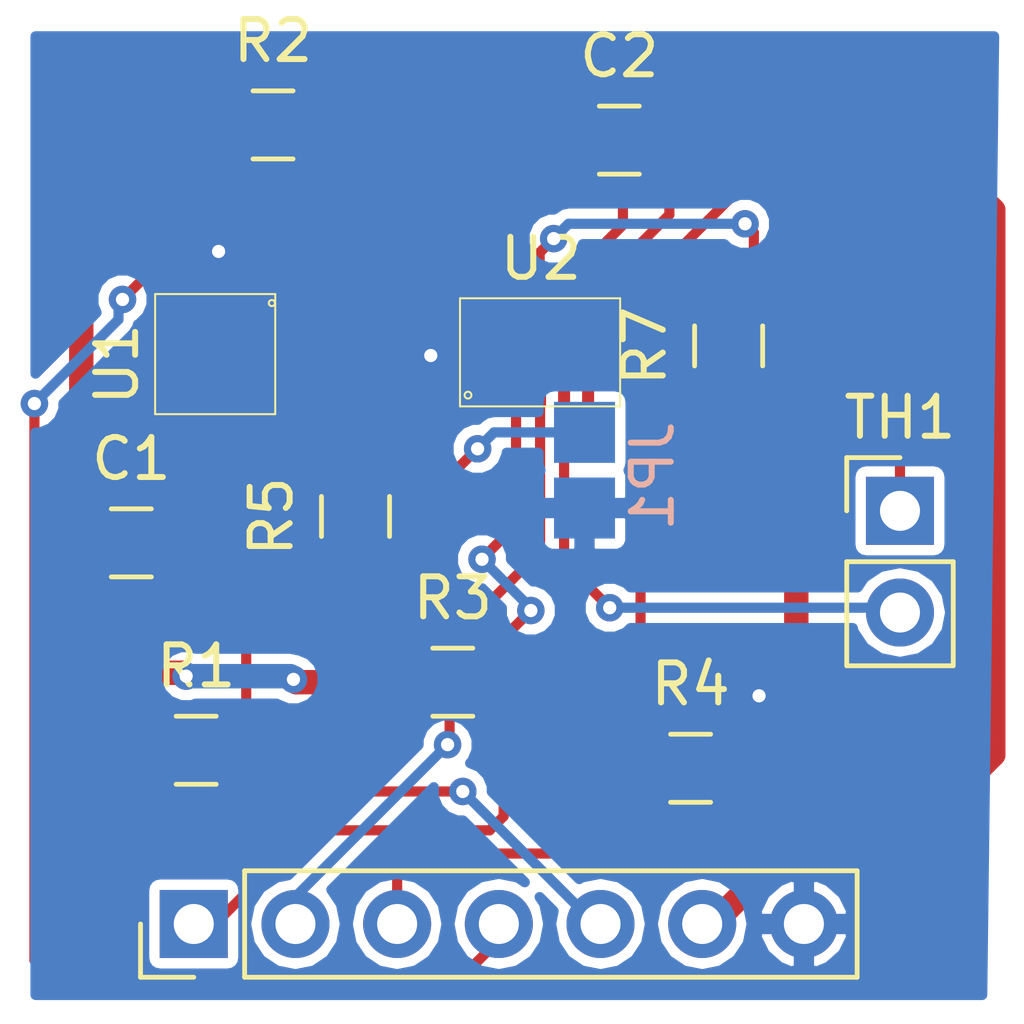
<source format=kicad_pcb>
(kicad_pcb (version 4) (host pcbnew 4.0.5)

  (general
    (links 30)
    (no_connects 0)
    (area 118.636399 69.119999 144.240001 97.211133)
    (thickness 1.6)
    (drawings 4)
    (tracks 154)
    (zones 0)
    (modules 13)
    (nets 13)
  )

  (page A4)
  (layers
    (0 F.Cu signal)
    (31 B.Cu signal)
    (32 B.Adhes user)
    (33 F.Adhes user)
    (34 B.Paste user)
    (35 F.Paste user)
    (36 B.SilkS user)
    (37 F.SilkS user)
    (38 B.Mask user)
    (39 F.Mask user)
    (40 Dwgs.User user)
    (41 Cmts.User user)
    (42 Eco1.User user)
    (43 Eco2.User user)
    (44 Edge.Cuts user)
    (45 Margin user)
    (46 B.CrtYd user)
    (47 F.CrtYd user)
    (48 B.Fab user)
    (49 F.Fab user)
  )

  (setup
    (last_trace_width 0.254)
    (trace_clearance 0.1778)
    (zone_clearance 0.254)
    (zone_45_only no)
    (trace_min 0.2)
    (segment_width 0.2)
    (edge_width 0.15)
    (via_size 0.6858)
    (via_drill 0.3302)
    (via_min_size 0.4)
    (via_min_drill 0.3)
    (uvia_size 0.3)
    (uvia_drill 0.1)
    (uvias_allowed no)
    (uvia_min_size 0.2)
    (uvia_min_drill 0.1)
    (pcb_text_width 0.3)
    (pcb_text_size 1.5 1.5)
    (mod_edge_width 0.15)
    (mod_text_size 1 1)
    (mod_text_width 0.15)
    (pad_size 1.524 1.524)
    (pad_drill 0.762)
    (pad_to_mask_clearance 0.2)
    (aux_axis_origin 0 0)
    (visible_elements FFFFFF7F)
    (pcbplotparams
      (layerselection 0x290aa_00000001)
      (usegerberextensions false)
      (excludeedgelayer true)
      (linewidth 0.100000)
      (plotframeref false)
      (viasonmask false)
      (mode 1)
      (useauxorigin false)
      (hpglpennumber 1)
      (hpglpenspeed 20)
      (hpglpendiameter 15)
      (hpglpenoverlay 2)
      (psnegative false)
      (psa4output false)
      (plotreference true)
      (plotvalue true)
      (plotinvisibletext false)
      (padsonsilk false)
      (subtractmaskfromsilk false)
      (outputformat 4)
      (mirror false)
      (drillshape 0)
      (scaleselection 1)
      (outputdirectory /Users/margaret/Documents/LettuceBuddyHW/LadyBugHydro/TheHerbSpa/GitHub/Kicad/))
  )

  (net 0 "")
  (net 1 +3V3)
  (net 2 "Net-(C1-Pad2)")
  (net 3 ADDR)
  (net 4 GNDD)
  (net 5 NRESET)
  (net 6 NINT)
  (net 7 NWAKE)
  (net 8 SCL)
  (net 9 SDA)
  (net 10 AUX)
  (net 11 NTC_SENSE)
  (net 12 "Net-(C2-Pad2)")

  (net_class Default "This is the default net class."
    (clearance 0.1778)
    (trace_width 0.254)
    (via_dia 0.6858)
    (via_drill 0.3302)
    (uvia_dia 0.3)
    (uvia_drill 0.1)
    (add_net ADDR)
    (add_net AUX)
    (add_net NINT)
    (add_net NRESET)
    (add_net NTC_SENSE)
    (add_net NWAKE)
    (add_net "Net-(C1-Pad2)")
    (add_net "Net-(C2-Pad2)")
    (add_net SCL)
    (add_net SDA)
  )

  (net_class PWR ""
    (clearance 0.1778)
    (trace_width 0.6096)
    (via_dia 0.6858)
    (via_drill 0.3302)
    (uvia_dia 0.3)
    (uvia_drill 0.1)
    (add_net +3V3)
    (add_net GNDD)
  )

  (module Capacitors_SMD:C_0805_HandSoldering (layer F.Cu) (tedit 541A9B8D) (tstamp 58B02A95)
    (at 121.92 82.68)
    (descr "Capacitor SMD 0805, hand soldering")
    (tags "capacitor 0805")
    (path /58A049DB)
    (attr smd)
    (fp_text reference C1 (at 0 -2.1) (layer F.SilkS)
      (effects (font (size 1 1) (thickness 0.15)))
    )
    (fp_text value .1u (at 0 2.1) (layer F.Fab)
      (effects (font (size 1 1) (thickness 0.15)))
    )
    (fp_line (start -1 0.625) (end -1 -0.625) (layer F.Fab) (width 0.1))
    (fp_line (start 1 0.625) (end -1 0.625) (layer F.Fab) (width 0.1))
    (fp_line (start 1 -0.625) (end 1 0.625) (layer F.Fab) (width 0.1))
    (fp_line (start -1 -0.625) (end 1 -0.625) (layer F.Fab) (width 0.1))
    (fp_line (start -2.3 -1) (end 2.3 -1) (layer F.CrtYd) (width 0.05))
    (fp_line (start -2.3 1) (end 2.3 1) (layer F.CrtYd) (width 0.05))
    (fp_line (start -2.3 -1) (end -2.3 1) (layer F.CrtYd) (width 0.05))
    (fp_line (start 2.3 -1) (end 2.3 1) (layer F.CrtYd) (width 0.05))
    (fp_line (start 0.5 -0.85) (end -0.5 -0.85) (layer F.SilkS) (width 0.12))
    (fp_line (start -0.5 0.85) (end 0.5 0.85) (layer F.SilkS) (width 0.12))
    (pad 1 smd rect (at -1.25 0) (size 1.5 1.25) (layers F.Cu F.Paste F.Mask)
      (net 1 +3V3))
    (pad 2 smd rect (at 1.25 0) (size 1.5 1.25) (layers F.Cu F.Paste F.Mask)
      (net 2 "Net-(C1-Pad2)"))
    (model Capacitors_SMD.3dshapes/C_0805_HandSoldering.wrl
      (at (xyz 0 0 0))
      (scale (xyz 1 1 1))
      (rotate (xyz 0 0 0))
    )
  )

  (module Capacitors_SMD:C_0805_HandSoldering (layer F.Cu) (tedit 541A9B8D) (tstamp 58B02A9B)
    (at 134.11 72.62)
    (descr "Capacitor SMD 0805, hand soldering")
    (tags "capacitor 0805")
    (path /589F7693)
    (attr smd)
    (fp_text reference C2 (at 0 -2.1) (layer F.SilkS)
      (effects (font (size 1 1) (thickness 0.15)))
    )
    (fp_text value 1u (at 0 2.1) (layer F.Fab)
      (effects (font (size 1 1) (thickness 0.15)))
    )
    (fp_line (start -1 0.625) (end -1 -0.625) (layer F.Fab) (width 0.1))
    (fp_line (start 1 0.625) (end -1 0.625) (layer F.Fab) (width 0.1))
    (fp_line (start 1 -0.625) (end 1 0.625) (layer F.Fab) (width 0.1))
    (fp_line (start -1 -0.625) (end 1 -0.625) (layer F.Fab) (width 0.1))
    (fp_line (start -2.3 -1) (end 2.3 -1) (layer F.CrtYd) (width 0.05))
    (fp_line (start -2.3 1) (end 2.3 1) (layer F.CrtYd) (width 0.05))
    (fp_line (start -2.3 -1) (end -2.3 1) (layer F.CrtYd) (width 0.05))
    (fp_line (start 2.3 -1) (end 2.3 1) (layer F.CrtYd) (width 0.05))
    (fp_line (start 0.5 -0.85) (end -0.5 -0.85) (layer F.SilkS) (width 0.12))
    (fp_line (start -0.5 0.85) (end 0.5 0.85) (layer F.SilkS) (width 0.12))
    (pad 1 smd rect (at -1.25 0) (size 1.5 1.25) (layers F.Cu F.Paste F.Mask)
      (net 1 +3V3))
    (pad 2 smd rect (at 1.25 0) (size 1.5 1.25) (layers F.Cu F.Paste F.Mask)
      (net 12 "Net-(C2-Pad2)"))
    (model Capacitors_SMD.3dshapes/C_0805_HandSoldering.wrl
      (at (xyz 0 0 0))
      (scale (xyz 1 1 1))
      (rotate (xyz 0 0 0))
    )
  )

  (module Socket_Strips:Socket_Strip_Straight_1x07_Pitch2.54mm (layer F.Cu) (tedit 58B1CA2A) (tstamp 58B02AAC)
    (at 123.48 92.2 90)
    (descr "Through hole straight socket strip, 1x07, 2.54mm pitch, single row")
    (tags "Through hole socket strip THT 1x07 2.54mm single row")
    (path /58B0242C)
    (fp_text reference P1 (at 0 -2.33 90) (layer F.SilkS) hide
      (effects (font (size 1 1) (thickness 0.15)))
    )
    (fp_text value CONN_01X07 (at 0 17.57 90) (layer F.Fab) hide
      (effects (font (size 1 1) (thickness 0.15)))
    )
    (fp_line (start -1.27 -1.27) (end -1.27 16.51) (layer F.Fab) (width 0.1))
    (fp_line (start -1.27 16.51) (end 1.27 16.51) (layer F.Fab) (width 0.1))
    (fp_line (start 1.27 16.51) (end 1.27 -1.27) (layer F.Fab) (width 0.1))
    (fp_line (start 1.27 -1.27) (end -1.27 -1.27) (layer F.Fab) (width 0.1))
    (fp_line (start -1.33 1.27) (end -1.33 16.57) (layer F.SilkS) (width 0.12))
    (fp_line (start -1.33 16.57) (end 1.33 16.57) (layer F.SilkS) (width 0.12))
    (fp_line (start 1.33 16.57) (end 1.33 1.27) (layer F.SilkS) (width 0.12))
    (fp_line (start 1.33 1.27) (end -1.33 1.27) (layer F.SilkS) (width 0.12))
    (fp_line (start -1.33 0) (end -1.33 -1.33) (layer F.SilkS) (width 0.12))
    (fp_line (start -1.33 -1.33) (end 0 -1.33) (layer F.SilkS) (width 0.12))
    (fp_line (start -1.55 -1.55) (end -1.55 16.8) (layer F.CrtYd) (width 0.05))
    (fp_line (start -1.55 16.8) (end 1.55 16.8) (layer F.CrtYd) (width 0.05))
    (fp_line (start 1.55 16.8) (end 1.55 -1.55) (layer F.CrtYd) (width 0.05))
    (fp_line (start 1.55 -1.55) (end -1.55 -1.55) (layer F.CrtYd) (width 0.05))
    (pad 1 thru_hole rect (at 0 0 90) (size 1.7 1.7) (drill 1) (layers *.Cu *.Mask)
      (net 5 NRESET))
    (pad 2 thru_hole oval (at 0 2.54 90) (size 1.7 1.7) (drill 1) (layers *.Cu *.Mask)
      (net 6 NINT))
    (pad 3 thru_hole oval (at 0 5.08 90) (size 1.7 1.7) (drill 1) (layers *.Cu *.Mask)
      (net 7 NWAKE))
    (pad 4 thru_hole oval (at 0 7.62 90) (size 1.7 1.7) (drill 1) (layers *.Cu *.Mask)
      (net 9 SDA))
    (pad 5 thru_hole oval (at 0 10.16 90) (size 1.7 1.7) (drill 1) (layers *.Cu *.Mask)
      (net 8 SCL))
    (pad 6 thru_hole oval (at 0 12.7 90) (size 1.7 1.7) (drill 1) (layers *.Cu *.Mask)
      (net 1 +3V3))
    (pad 7 thru_hole oval (at 0 15.24 90) (size 1.7 1.7) (drill 1) (layers *.Cu *.Mask)
      (net 4 GNDD))
    (model Socket_Strips.3dshapes/Socket_Strip_Straight_1x07_Pitch2.54mm.wrl
      (at (xyz 0 -0.3 0))
      (scale (xyz 1 1 1))
      (rotate (xyz 0 0 270))
    )
  )

  (module Capacitors_SMD:C_0805_HandSoldering (layer F.Cu) (tedit 541A9B8D) (tstamp 58B02AB2)
    (at 123.54 87.86)
    (descr "Capacitor SMD 0805, hand soldering")
    (tags "capacitor 0805")
    (path /58A0530C)
    (attr smd)
    (fp_text reference R1 (at 0 -2.1) (layer F.SilkS)
      (effects (font (size 1 1) (thickness 0.15)))
    )
    (fp_text value 4K7 (at 0 2.1) (layer F.Fab)
      (effects (font (size 1 1) (thickness 0.15)))
    )
    (fp_line (start -1 0.625) (end -1 -0.625) (layer F.Fab) (width 0.1))
    (fp_line (start 1 0.625) (end -1 0.625) (layer F.Fab) (width 0.1))
    (fp_line (start 1 -0.625) (end 1 0.625) (layer F.Fab) (width 0.1))
    (fp_line (start -1 -0.625) (end 1 -0.625) (layer F.Fab) (width 0.1))
    (fp_line (start -2.3 -1) (end 2.3 -1) (layer F.CrtYd) (width 0.05))
    (fp_line (start -2.3 1) (end 2.3 1) (layer F.CrtYd) (width 0.05))
    (fp_line (start -2.3 -1) (end -2.3 1) (layer F.CrtYd) (width 0.05))
    (fp_line (start 2.3 -1) (end 2.3 1) (layer F.CrtYd) (width 0.05))
    (fp_line (start 0.5 -0.85) (end -0.5 -0.85) (layer F.SilkS) (width 0.12))
    (fp_line (start -0.5 0.85) (end 0.5 0.85) (layer F.SilkS) (width 0.12))
    (pad 1 smd rect (at -1.25 0) (size 1.5 1.25) (layers F.Cu F.Paste F.Mask)
      (net 1 +3V3))
    (pad 2 smd rect (at 1.25 0) (size 1.5 1.25) (layers F.Cu F.Paste F.Mask)
      (net 8 SCL))
    (model Capacitors_SMD.3dshapes/C_0805_HandSoldering.wrl
      (at (xyz 0 0 0))
      (scale (xyz 1 1 1))
      (rotate (xyz 0 0 0))
    )
  )

  (module Capacitors_SMD:C_0805_HandSoldering (layer F.Cu) (tedit 541A9B8D) (tstamp 58B02AB8)
    (at 125.46 72.24)
    (descr "Capacitor SMD 0805, hand soldering")
    (tags "capacitor 0805")
    (path /58AC48FD)
    (attr smd)
    (fp_text reference R2 (at 0 -2.1) (layer F.SilkS)
      (effects (font (size 1 1) (thickness 0.15)))
    )
    (fp_text value 4K7 (at 0 2.1) (layer F.Fab)
      (effects (font (size 1 1) (thickness 0.15)))
    )
    (fp_line (start -1 0.625) (end -1 -0.625) (layer F.Fab) (width 0.1))
    (fp_line (start 1 0.625) (end -1 0.625) (layer F.Fab) (width 0.1))
    (fp_line (start 1 -0.625) (end 1 0.625) (layer F.Fab) (width 0.1))
    (fp_line (start -1 -0.625) (end 1 -0.625) (layer F.Fab) (width 0.1))
    (fp_line (start -2.3 -1) (end 2.3 -1) (layer F.CrtYd) (width 0.05))
    (fp_line (start -2.3 1) (end 2.3 1) (layer F.CrtYd) (width 0.05))
    (fp_line (start -2.3 -1) (end -2.3 1) (layer F.CrtYd) (width 0.05))
    (fp_line (start 2.3 -1) (end 2.3 1) (layer F.CrtYd) (width 0.05))
    (fp_line (start 0.5 -0.85) (end -0.5 -0.85) (layer F.SilkS) (width 0.12))
    (fp_line (start -0.5 0.85) (end 0.5 0.85) (layer F.SilkS) (width 0.12))
    (pad 1 smd rect (at -1.25 0) (size 1.5 1.25) (layers F.Cu F.Paste F.Mask)
      (net 1 +3V3))
    (pad 2 smd rect (at 1.25 0) (size 1.5 1.25) (layers F.Cu F.Paste F.Mask)
      (net 9 SDA))
    (model Capacitors_SMD.3dshapes/C_0805_HandSoldering.wrl
      (at (xyz 0 0 0))
      (scale (xyz 1 1 1))
      (rotate (xyz 0 0 0))
    )
  )

  (module Capacitors_SMD:C_0805_HandSoldering (layer F.Cu) (tedit 541A9B8D) (tstamp 58B02ABE)
    (at 129.95 86.16)
    (descr "Capacitor SMD 0805, hand soldering")
    (tags "capacitor 0805")
    (path /58AC707B)
    (attr smd)
    (fp_text reference R3 (at 0 -2.1) (layer F.SilkS)
      (effects (font (size 1 1) (thickness 0.15)))
    )
    (fp_text value 4K7 (at 0 2.1) (layer F.Fab)
      (effects (font (size 1 1) (thickness 0.15)))
    )
    (fp_line (start -1 0.625) (end -1 -0.625) (layer F.Fab) (width 0.1))
    (fp_line (start 1 0.625) (end -1 0.625) (layer F.Fab) (width 0.1))
    (fp_line (start 1 -0.625) (end 1 0.625) (layer F.Fab) (width 0.1))
    (fp_line (start -1 -0.625) (end 1 -0.625) (layer F.Fab) (width 0.1))
    (fp_line (start -2.3 -1) (end 2.3 -1) (layer F.CrtYd) (width 0.05))
    (fp_line (start -2.3 1) (end 2.3 1) (layer F.CrtYd) (width 0.05))
    (fp_line (start -2.3 -1) (end -2.3 1) (layer F.CrtYd) (width 0.05))
    (fp_line (start 2.3 -1) (end 2.3 1) (layer F.CrtYd) (width 0.05))
    (fp_line (start 0.5 -0.85) (end -0.5 -0.85) (layer F.SilkS) (width 0.12))
    (fp_line (start -0.5 0.85) (end 0.5 0.85) (layer F.SilkS) (width 0.12))
    (pad 1 smd rect (at -1.25 0) (size 1.5 1.25) (layers F.Cu F.Paste F.Mask)
      (net 1 +3V3))
    (pad 2 smd rect (at 1.25 0) (size 1.5 1.25) (layers F.Cu F.Paste F.Mask)
      (net 5 NRESET))
    (model Capacitors_SMD.3dshapes/C_0805_HandSoldering.wrl
      (at (xyz 0 0 0))
      (scale (xyz 1 1 1))
      (rotate (xyz 0 0 0))
    )
  )

  (module Capacitors_SMD:C_0805_HandSoldering (layer F.Cu) (tedit 541A9B8D) (tstamp 58B02AC4)
    (at 135.89 88.31)
    (descr "Capacitor SMD 0805, hand soldering")
    (tags "capacitor 0805")
    (path /58AF112B)
    (attr smd)
    (fp_text reference R4 (at 0 -2.1) (layer F.SilkS)
      (effects (font (size 1 1) (thickness 0.15)))
    )
    (fp_text value 100K (at 0 2.1) (layer F.Fab)
      (effects (font (size 1 1) (thickness 0.15)))
    )
    (fp_line (start -1 0.625) (end -1 -0.625) (layer F.Fab) (width 0.1))
    (fp_line (start 1 0.625) (end -1 0.625) (layer F.Fab) (width 0.1))
    (fp_line (start 1 -0.625) (end 1 0.625) (layer F.Fab) (width 0.1))
    (fp_line (start -1 -0.625) (end 1 -0.625) (layer F.Fab) (width 0.1))
    (fp_line (start -2.3 -1) (end 2.3 -1) (layer F.CrtYd) (width 0.05))
    (fp_line (start -2.3 1) (end 2.3 1) (layer F.CrtYd) (width 0.05))
    (fp_line (start -2.3 -1) (end -2.3 1) (layer F.CrtYd) (width 0.05))
    (fp_line (start 2.3 -1) (end 2.3 1) (layer F.CrtYd) (width 0.05))
    (fp_line (start 0.5 -0.85) (end -0.5 -0.85) (layer F.SilkS) (width 0.12))
    (fp_line (start -0.5 0.85) (end 0.5 0.85) (layer F.SilkS) (width 0.12))
    (pad 1 smd rect (at -1.25 0) (size 1.5 1.25) (layers F.Cu F.Paste F.Mask)
      (net 7 NWAKE))
    (pad 2 smd rect (at 1.25 0) (size 1.5 1.25) (layers F.Cu F.Paste F.Mask)
      (net 4 GNDD))
    (model Capacitors_SMD.3dshapes/C_0805_HandSoldering.wrl
      (at (xyz 0 0 0))
      (scale (xyz 1 1 1))
      (rotate (xyz 0 0 0))
    )
  )

  (module Capacitors_SMD:C_0805_HandSoldering (layer F.Cu) (tedit 541A9B8D) (tstamp 58B02ACA)
    (at 127.52 82.02 90)
    (descr "Capacitor SMD 0805, hand soldering")
    (tags "capacitor 0805")
    (path /589E3A63)
    (attr smd)
    (fp_text reference R5 (at 0 -2.1 90) (layer F.SilkS)
      (effects (font (size 1 1) (thickness 0.15)))
    )
    (fp_text value 100K (at 0 2.1 90) (layer F.Fab)
      (effects (font (size 1 1) (thickness 0.15)))
    )
    (fp_line (start -1 0.625) (end -1 -0.625) (layer F.Fab) (width 0.1))
    (fp_line (start 1 0.625) (end -1 0.625) (layer F.Fab) (width 0.1))
    (fp_line (start 1 -0.625) (end 1 0.625) (layer F.Fab) (width 0.1))
    (fp_line (start -1 -0.625) (end 1 -0.625) (layer F.Fab) (width 0.1))
    (fp_line (start -2.3 -1) (end 2.3 -1) (layer F.CrtYd) (width 0.05))
    (fp_line (start -2.3 1) (end 2.3 1) (layer F.CrtYd) (width 0.05))
    (fp_line (start -2.3 -1) (end -2.3 1) (layer F.CrtYd) (width 0.05))
    (fp_line (start 2.3 -1) (end 2.3 1) (layer F.CrtYd) (width 0.05))
    (fp_line (start 0.5 -0.85) (end -0.5 -0.85) (layer F.SilkS) (width 0.12))
    (fp_line (start -0.5 0.85) (end 0.5 0.85) (layer F.SilkS) (width 0.12))
    (pad 1 smd rect (at -1.25 0 90) (size 1.5 1.25) (layers F.Cu F.Paste F.Mask)
      (net 1 +3V3))
    (pad 2 smd rect (at 1.25 0 90) (size 1.5 1.25) (layers F.Cu F.Paste F.Mask)
      (net 3 ADDR))
    (model Capacitors_SMD.3dshapes/C_0805_HandSoldering.wrl
      (at (xyz 0 0 0))
      (scale (xyz 1 1 1))
      (rotate (xyz 0 0 0))
    )
  )

  (module Capacitors_SMD:C_0805_HandSoldering (layer F.Cu) (tedit 541A9B8D) (tstamp 58B02AD0)
    (at 136.84 77.76 90)
    (descr "Capacitor SMD 0805, hand soldering")
    (tags "capacitor 0805")
    (path /589F315D)
    (attr smd)
    (fp_text reference R7 (at 0 -2.1 90) (layer F.SilkS)
      (effects (font (size 1 1) (thickness 0.15)))
    )
    (fp_text value 10K (at 0 2.1 90) (layer F.Fab)
      (effects (font (size 1 1) (thickness 0.15)))
    )
    (fp_line (start -1 0.625) (end -1 -0.625) (layer F.Fab) (width 0.1))
    (fp_line (start 1 0.625) (end -1 0.625) (layer F.Fab) (width 0.1))
    (fp_line (start 1 -0.625) (end 1 0.625) (layer F.Fab) (width 0.1))
    (fp_line (start -1 -0.625) (end 1 -0.625) (layer F.Fab) (width 0.1))
    (fp_line (start -2.3 -1) (end 2.3 -1) (layer F.CrtYd) (width 0.05))
    (fp_line (start -2.3 1) (end 2.3 1) (layer F.CrtYd) (width 0.05))
    (fp_line (start -2.3 -1) (end -2.3 1) (layer F.CrtYd) (width 0.05))
    (fp_line (start 2.3 -1) (end 2.3 1) (layer F.CrtYd) (width 0.05))
    (fp_line (start 0.5 -0.85) (end -0.5 -0.85) (layer F.SilkS) (width 0.12))
    (fp_line (start -0.5 0.85) (end 0.5 0.85) (layer F.SilkS) (width 0.12))
    (pad 1 smd rect (at -1.25 0 90) (size 1.5 1.25) (layers F.Cu F.Paste F.Mask)
      (net 1 +3V3))
    (pad 2 smd rect (at 1.25 0 90) (size 1.5 1.25) (layers F.Cu F.Paste F.Mask)
      (net 10 AUX))
    (model Capacitors_SMD.3dshapes/C_0805_HandSoldering.wrl
      (at (xyz 0 0 0))
      (scale (xyz 1 1 1))
      (rotate (xyz 0 0 0))
    )
  )

  (module Socket_Strips:Socket_Strip_Straight_1x02_Pitch2.54mm (layer F.Cu) (tedit 58B1E969) (tstamp 58B02AD6)
    (at 141.12 81.88)
    (descr "Through hole straight socket strip, 1x02, 2.54mm pitch, single row")
    (tags "Through hole socket strip THT 1x02 2.54mm single row")
    (path /58B01CF3)
    (fp_text reference TH1 (at 0 -2.33) (layer F.SilkS)
      (effects (font (size 1 1) (thickness 0.15)))
    )
    (fp_text value NTC (at 0 4.87) (layer F.Fab)
      (effects (font (size 1 1) (thickness 0.15)))
    )
    (fp_line (start -1.27 -1.27) (end -1.27 3.81) (layer F.Fab) (width 0.1))
    (fp_line (start -1.27 3.81) (end 1.27 3.81) (layer F.Fab) (width 0.1))
    (fp_line (start 1.27 3.81) (end 1.27 -1.27) (layer F.Fab) (width 0.1))
    (fp_line (start 1.27 -1.27) (end -1.27 -1.27) (layer F.Fab) (width 0.1))
    (fp_line (start -1.33 1.27) (end -1.33 3.87) (layer F.SilkS) (width 0.12))
    (fp_line (start -1.33 3.87) (end 1.33 3.87) (layer F.SilkS) (width 0.12))
    (fp_line (start 1.33 3.87) (end 1.33 1.27) (layer F.SilkS) (width 0.12))
    (fp_line (start 1.33 1.27) (end -1.33 1.27) (layer F.SilkS) (width 0.12))
    (fp_line (start -1.33 0) (end -1.33 -1.33) (layer F.SilkS) (width 0.12))
    (fp_line (start -1.33 -1.33) (end 0 -1.33) (layer F.SilkS) (width 0.12))
    (fp_line (start -1.55 -1.55) (end -1.55 4.1) (layer F.CrtYd) (width 0.05))
    (fp_line (start -1.55 4.1) (end 1.55 4.1) (layer F.CrtYd) (width 0.05))
    (fp_line (start 1.55 4.1) (end 1.55 -1.55) (layer F.CrtYd) (width 0.05))
    (fp_line (start 1.55 -1.55) (end -1.55 -1.55) (layer F.CrtYd) (width 0.05))
    (pad 1 thru_hole rect (at 0 0) (size 1.7 1.7) (drill 1) (layers *.Cu *.Mask)
      (net 10 AUX))
    (pad 2 thru_hole oval (at 0 2.54) (size 1.7 1.7) (drill 1) (layers *.Cu *.Mask)
      (net 11 NTC_SENSE))
    (model Socket_Strips.3dshapes/Socket_Strip_Straight_1x02_Pitch2.54mm.wrl
      (at (xyz 0 -0.05 0))
      (scale (xyz 1 1 1))
      (rotate (xyz 0 0 270))
    )
  )

  (module TheLeafSpa:Si7006 (layer F.Cu) (tedit 58B1BAEA) (tstamp 58B02AE1)
    (at 125.04 79.44 270)
    (path /58A049AA)
    (fp_text reference U1 (at -1.22 3.48 270) (layer F.SilkS)
      (effects (font (size 1 1) (thickness 0.15)))
    )
    (fp_text value Si7006 (at -1.54 -1.29 270) (layer F.Fab)
      (effects (font (size 1 1) (thickness 0.15)))
    )
    (fp_circle (center -2.75 -0.39) (end -2.68 -0.36) (layer F.SilkS) (width 0.05))
    (fp_line (start -2.975 2.525) (end 0.025 2.525) (layer F.SilkS) (width 0.05))
    (fp_line (start 0.025 2.525) (end 0.025 -0.475) (layer F.SilkS) (width 0.05))
    (fp_line (start 0.025 -0.475) (end -2.975 -0.475) (layer F.SilkS) (width 0.05))
    (fp_line (start -2.975 -0.475) (end -2.975 2.525) (layer F.SilkS) (width 0.05))
    (pad ~ smd rect (at -1.475 1.025 270) (size 1.6 2.5) (layers F.Cu F.Paste F.Mask))
    (pad 6 smd rect (at -0.325 0 270) (size 0.85 0.5) (drill (offset 0.325 0)) (layers F.Cu F.Paste F.Mask)
      (net 8 SCL))
    (pad 5 smd rect (at 0 1 270) (size 0.85 0.5) (layers F.Cu F.Paste F.Mask)
      (net 2 "Net-(C1-Pad2)"))
    (pad 4 smd rect (at 0 2 270) (size 0.85 0.5) (layers F.Cu F.Paste F.Mask))
    (pad 1 smd rect (at -2.925 0 270) (size 0.85 0.5) (layers F.Cu F.Paste F.Mask)
      (net 9 SDA))
    (pad 2 smd rect (at -2.925 1 270) (size 0.85 0.5) (layers F.Cu F.Paste F.Mask)
      (net 4 GNDD))
    (pad 3 smd rect (at -2.925 2 270) (size 0.85 0.5) (layers F.Cu F.Paste F.Mask))
  )

  (module TheLeafSpa:CCS811 (layer F.Cu) (tedit 58B1CA45) (tstamp 58B02AF0)
    (at 134.15 76.58 90)
    (path /589E3805)
    (fp_text reference U2 (at 1 -2 180) (layer F.SilkS)
      (effects (font (size 1 1) (thickness 0.15)))
    )
    (fp_text value CCS811 (at -3.6 -2 180) (layer F.Fab)
      (effects (font (size 1 1) (thickness 0.15)))
    )
    (fp_circle (center -2.41 -3.82) (end -2.33 -3.79) (layer F.SilkS) (width 0.05))
    (fp_line (start -2.69 -0.02) (end -2.69 -4.02) (layer F.SilkS) (width 0.05))
    (fp_line (start -2.69 -4.02) (end 0.01 -4.02) (layer F.SilkS) (width 0.05))
    (fp_line (start 0.01 -4.02) (end 0.01 -0.02) (layer F.SilkS) (width 0.05))
    (fp_line (start 0.01 -0.02) (end -2.69 -0.02) (layer F.SilkS) (width 0.05))
    (pad 5 smd rect (at -2.69 -0.82 90) (size 0.5 0.3) (drill (offset 0.25 0)) (layers F.Cu F.Paste F.Mask)
      (net 11 NTC_SENSE))
    (pad 4 smd rect (at -2.44 -1.42 90) (size 0.5 0.3) (layers F.Cu F.Paste F.Mask)
      (net 11 NTC_SENSE))
    (pad 3 smd rect (at -2.44 -2.02 90) (size 0.5 0.3) (layers F.Cu F.Paste F.Mask)
      (net 6 NINT))
    (pad 2 smd rect (at -2.44 -2.62 90) (size 0.5 0.3) (layers F.Cu F.Paste F.Mask)
      (net 5 NRESET))
    (pad 1 smd rect (at -2.44 -3.22 90) (size 0.5 0.3) (layers F.Cu F.Paste F.Mask)
      (net 3 ADDR))
    (pad 6 smd rect (at -0.24 -0.83 90) (size 0.5 0.3) (layers F.Cu F.Paste F.Mask)
      (net 12 "Net-(C2-Pad2)"))
    (pad 7 smd rect (at -0.24 -1.43 90) (size 0.5 0.3) (layers F.Cu F.Paste F.Mask)
      (net 7 NWAKE))
    (pad 8 smd rect (at -0.24 -2.03 90) (size 0.5 0.3) (layers F.Cu F.Paste F.Mask)
      (net 10 AUX))
    (pad 9 smd rect (at -0.24 -2.63 90) (size 0.5 0.3) (layers F.Cu F.Paste F.Mask)
      (net 9 SDA))
    (pad 10 smd rect (at -0.24 -3.23 90) (size 0.5 0.3) (layers F.Cu F.Paste F.Mask)
      (net 8 SCL))
    (pad PAD smd rect (at -1.34 -2.02 90) (size 1.2 2.4) (layers F.Cu F.Paste F.Mask)
      (net 4 GNDD))
  )

  (module TheLeafSpa:Jumper_2_Pad (layer B.Cu) (tedit 58B1F297) (tstamp 58B1C954)
    (at 133.24 79.91 270)
    (path /58AEE132)
    (fp_text reference JP1 (at 1.1 -1.7 270) (layer B.SilkS)
      (effects (font (size 1 1) (thickness 0.15)) (justify mirror))
    )
    (fp_text value JMPR (at 0.9 1.5 270) (layer B.Fab)
      (effects (font (size 1 1) (thickness 0.15)) (justify mirror))
    )
    (pad 1 smd rect (at 0.01 0 270) (size 1.524 1.524) (layers B.Cu B.Paste B.Mask)
      (net 3 ADDR))
    (pad 2 smd rect (at 1.9 0 270) (size 1.524 1.524) (layers B.Cu B.Paste B.Mask)
      (net 4 GNDD))
  )

  (gr_line (start 118.74 94.62) (end 118.74 69.22) (angle 90) (layer F.Fab) (width 0.2))
  (gr_line (start 144.14 94.62) (end 118.74 94.62) (angle 90) (layer F.Fab) (width 0.2))
  (gr_line (start 144.14 69.22) (end 144.14 94.62) (angle 90) (layer F.Fab) (width 0.2))
  (gr_line (start 118.74 69.22) (end 144.14 69.22) (angle 90) (layer F.Fab) (width 0.2))

  (segment (start 128.7 86.16) (end 128.7 84.45) (width 0.6096) (layer F.Cu) (net 1))
  (segment (start 128.7 84.45) (end 127.52 83.27) (width 0.6096) (layer F.Cu) (net 1) (tstamp 58B1EB7B))
  (segment (start 128.7 86.16) (end 126.04 86.16) (width 0.6096) (layer F.Cu) (net 1))
  (segment (start 121.1 85.98) (end 121.1 85.87) (width 0.6096) (layer F.Cu) (net 1) (tstamp 58B1EA43))
  (segment (start 121.155 85.925) (end 121.1 85.98) (width 0.6096) (layer F.Cu) (net 1) (tstamp 58B1EA41))
  (segment (start 123.205 85.925) (end 121.155 85.925) (width 0.6096) (layer F.Cu) (net 1) (tstamp 58B1EA40))
  (segment (start 123.29 86.01) (end 123.205 85.925) (width 0.6096) (layer F.Cu) (net 1) (tstamp 58B1EA3F))
  (via (at 123.29 86.01) (size 0.6858) (drill 0.3302) (layers F.Cu B.Cu) (net 1))
  (segment (start 125.89 86.01) (end 123.29 86.01) (width 0.6096) (layer B.Cu) (net 1) (tstamp 58B1EA3B))
  (segment (start 125.97 86.09) (end 125.89 86.01) (width 0.6096) (layer B.Cu) (net 1) (tstamp 58B1EA3A))
  (via (at 125.97 86.09) (size 0.6858) (drill 0.3302) (layers F.Cu B.Cu) (net 1))
  (segment (start 126.04 86.16) (end 125.97 86.09) (width 0.6096) (layer F.Cu) (net 1) (tstamp 58B1EA22))
  (segment (start 124.21 72.24) (end 121.96 72.24) (width 0.6096) (layer F.Cu) (net 1))
  (segment (start 120.67 73.53) (end 120.67 82.68) (width 0.6096) (layer F.Cu) (net 1) (tstamp 58B1D4DB))
  (segment (start 121.96 72.24) (end 120.67 73.53) (width 0.6096) (layer F.Cu) (net 1) (tstamp 58B1D4DA))
  (segment (start 132.86 72.62) (end 132.67 72.62) (width 0.6096) (layer F.Cu) (net 1))
  (segment (start 132.67 72.62) (end 130.34 70.29) (width 0.6096) (layer F.Cu) (net 1) (tstamp 58B1D4D3))
  (segment (start 126.16 70.29) (end 124.21 72.24) (width 0.6096) (layer F.Cu) (net 1) (tstamp 58B1D4D7))
  (segment (start 130.34 70.29) (end 126.16 70.29) (width 0.6096) (layer F.Cu) (net 1) (tstamp 58B1D4D4))
  (segment (start 138.53 89.15) (end 142.27 89.15) (width 0.6096) (layer F.Cu) (net 1))
  (segment (start 132.86 70.93) (end 132.86 72.62) (width 0.6096) (layer F.Cu) (net 1) (tstamp 58B1D4D0))
  (segment (start 133.46 70.33) (end 132.86 70.93) (width 0.6096) (layer F.Cu) (net 1) (tstamp 58B1D4CF))
  (segment (start 139.41 70.33) (end 133.46 70.33) (width 0.6096) (layer F.Cu) (net 1) (tstamp 58B1D4CC))
  (segment (start 143.45 74.37) (end 139.41 70.33) (width 0.6096) (layer F.Cu) (net 1) (tstamp 58B1D4C9))
  (segment (start 143.45 87.97) (end 143.45 74.37) (width 0.6096) (layer F.Cu) (net 1) (tstamp 58B1D4C8))
  (segment (start 142.27 89.15) (end 143.45 87.97) (width 0.6096) (layer F.Cu) (net 1) (tstamp 58B1D4C7))
  (segment (start 122.29 87.86) (end 122.29 87.06) (width 0.6096) (layer F.Cu) (net 1))
  (segment (start 122.29 87.06) (end 121.1 85.87) (width 0.6096) (layer F.Cu) (net 1) (tstamp 58B1D43B))
  (segment (start 121.1 85.87) (end 120.67 85.44) (width 0.6096) (layer F.Cu) (net 1) (tstamp 58B1EA44))
  (segment (start 120.67 85.44) (end 120.67 82.68) (width 0.6096) (layer F.Cu) (net 1) (tstamp 58B1D43C))
  (segment (start 136.18 92.2) (end 136.44 92.2) (width 0.6096) (layer F.Cu) (net 1))
  (segment (start 136.44 92.2) (end 138.53 90.11) (width 0.6096) (layer F.Cu) (net 1) (tstamp 58B1D30A))
  (segment (start 138.53 90.11) (end 138.53 89.15) (width 0.6096) (layer F.Cu) (net 1) (tstamp 58B1D30C))
  (segment (start 138.53 89.15) (end 138.53 80.7) (width 0.6096) (layer F.Cu) (net 1) (tstamp 58B1D4C5))
  (segment (start 138.53 80.7) (end 136.84 79.01) (width 0.6096) (layer F.Cu) (net 1) (tstamp 58B1D310))
  (segment (start 123.17 82.68) (end 123.17 81.32) (width 0.254) (layer F.Cu) (net 2))
  (segment (start 124.04 80.45) (end 124.04 79.44) (width 0.254) (layer F.Cu) (net 2) (tstamp 58B1D368))
  (segment (start 123.17 81.32) (end 124.04 80.45) (width 0.254) (layer F.Cu) (net 2) (tstamp 58B1D366))
  (segment (start 127.52 80.77) (end 130.12 80.77) (width 0.254) (layer F.Cu) (net 3))
  (segment (start 130.98 79.92) (end 133.24 79.92) (width 0.254) (layer B.Cu) (net 3) (tstamp 58B1ED24))
  (segment (start 130.57 80.33) (end 130.98 79.92) (width 0.254) (layer B.Cu) (net 3) (tstamp 58B1ED23))
  (via (at 130.57 80.33) (size 0.6858) (drill 0.3302) (layers F.Cu B.Cu) (net 3))
  (segment (start 130.56 80.33) (end 130.57 80.33) (width 0.254) (layer F.Cu) (net 3) (tstamp 58B1ED21))
  (segment (start 130.12 80.77) (end 130.56 80.33) (width 0.254) (layer F.Cu) (net 3) (tstamp 58B1ED1A))
  (segment (start 127.52 80.77) (end 127.52 80.19) (width 0.254) (layer F.Cu) (net 3))
  (segment (start 127.52 80.19) (end 128.69 79.02) (width 0.254) (layer F.Cu) (net 3) (tstamp 58B1EB52))
  (segment (start 128.69 79.02) (end 130.93 79.02) (width 0.254) (layer F.Cu) (net 3) (tstamp 58B1EB53))
  (segment (start 124.04 76.515) (end 124.04 75.46) (width 0.6096) (layer F.Cu) (net 4))
  (via (at 124.1 75.4) (size 0.6858) (drill 0.3302) (layers F.Cu B.Cu) (net 4))
  (segment (start 124.04 75.46) (end 124.1 75.4) (width 0.6096) (layer F.Cu) (net 4) (tstamp 58B1F232))
  (segment (start 132.13 77.92) (end 129.48 77.92) (width 0.6096) (layer F.Cu) (net 4))
  (via (at 129.4 78) (size 0.6858) (drill 0.3302) (layers F.Cu B.Cu) (net 4))
  (segment (start 129.48 77.92) (end 129.4 78) (width 0.6096) (layer F.Cu) (net 4) (tstamp 58B1F18E))
  (segment (start 137.14 88.31) (end 137.14 86.96) (width 0.6096) (layer F.Cu) (net 4))
  (via (at 137.6 86.5) (size 0.6858) (drill 0.3302) (layers F.Cu B.Cu) (net 4))
  (segment (start 137.14 86.96) (end 137.6 86.5) (width 0.6096) (layer F.Cu) (net 4) (tstamp 58B1F17C))
  (segment (start 131.53 79.02) (end 131.53 82.23) (width 0.254) (layer F.Cu) (net 5))
  (segment (start 131.2 85.07) (end 131.2 86.16) (width 0.254) (layer F.Cu) (net 5) (tstamp 58B1ED66))
  (segment (start 131.9 84.37) (end 131.2 85.07) (width 0.254) (layer F.Cu) (net 5) (tstamp 58B1ED65))
  (via (at 131.9 84.37) (size 0.6858) (drill 0.3302) (layers F.Cu B.Cu) (net 5))
  (segment (start 131.9 84.31) (end 131.9 84.37) (width 0.254) (layer B.Cu) (net 5) (tstamp 58B1ED62))
  (segment (start 130.68 83.09) (end 131.9 84.31) (width 0.254) (layer B.Cu) (net 5) (tstamp 58B1ED61))
  (via (at 130.68 83.09) (size 0.6858) (drill 0.3302) (layers F.Cu B.Cu) (net 5))
  (segment (start 130.68 83.08) (end 130.68 83.09) (width 0.254) (layer F.Cu) (net 5) (tstamp 58B1ED5F))
  (segment (start 131.53 82.23) (end 130.68 83.08) (width 0.254) (layer F.Cu) (net 5) (tstamp 58B1ED51))
  (segment (start 131.22 87.06) (end 131.22 86.18) (width 0.254) (layer F.Cu) (net 5))
  (segment (start 131.22 86.18) (end 131.2 86.16) (width 0.254) (layer F.Cu) (net 5) (tstamp 58B1EBFB))
  (segment (start 123.48 92.2) (end 124.01 92.2) (width 0.254) (layer F.Cu) (net 5))
  (segment (start 124.01 92.2) (end 126.35 89.86) (width 0.254) (layer F.Cu) (net 5) (tstamp 58B1D3DE))
  (segment (start 126.35 89.86) (end 130.87 89.86) (width 0.254) (layer F.Cu) (net 5) (tstamp 58B1D3E4))
  (segment (start 130.87 89.86) (end 131.22 89.51) (width 0.254) (layer F.Cu) (net 5) (tstamp 58B1D3E9))
  (segment (start 131.22 89.51) (end 131.22 87.06) (width 0.254) (layer F.Cu) (net 5) (tstamp 58B1D3EA))
  (segment (start 131.22 87.06) (end 131.22 87.05) (width 0.254) (layer F.Cu) (net 5) (tstamp 58B1EBF9))
  (segment (start 132.13 79.02) (end 132.13 82.9) (width 0.254) (layer F.Cu) (net 6))
  (segment (start 129.82 87.72) (end 126.02 91.52) (width 0.254) (layer B.Cu) (net 6) (tstamp 58B1E9EC))
  (via (at 129.82 87.72) (size 0.6858) (drill 0.3302) (layers F.Cu B.Cu) (net 6))
  (segment (start 129.87 87.67) (end 129.82 87.72) (width 0.254) (layer F.Cu) (net 6) (tstamp 58B1E9E9))
  (segment (start 129.87 85.16) (end 129.87 87.67) (width 0.254) (layer F.Cu) (net 6) (tstamp 58B1E9E3))
  (segment (start 132.13 82.9) (end 129.87 85.16) (width 0.254) (layer F.Cu) (net 6) (tstamp 58B1E9E0))
  (segment (start 126.02 91.52) (end 126.02 92.2) (width 0.254) (layer B.Cu) (net 6) (tstamp 58B1E9ED))
  (segment (start 132.72 76.82) (end 132.72 76.22) (width 0.254) (layer F.Cu) (net 7))
  (segment (start 134.64 76.31) (end 134.64 88.31) (width 0.254) (layer F.Cu) (net 7) (tstamp 58B1D4AE))
  (segment (start 137.18 73.77) (end 134.64 76.31) (width 0.254) (layer F.Cu) (net 7) (tstamp 58B1D4AC))
  (segment (start 137.18 71.74) (end 137.18 73.77) (width 0.254) (layer F.Cu) (net 7) (tstamp 58B1D4AB))
  (segment (start 136.53 71.09) (end 137.18 71.74) (width 0.254) (layer F.Cu) (net 7) (tstamp 58B1D4A9))
  (segment (start 134.97 71.09) (end 136.53 71.09) (width 0.254) (layer F.Cu) (net 7) (tstamp 58B1D4A8))
  (segment (start 134.2 71.86) (end 134.97 71.09) (width 0.254) (layer F.Cu) (net 7) (tstamp 58B1D4A7))
  (segment (start 134.2 74.74) (end 134.2 71.86) (width 0.254) (layer F.Cu) (net 7) (tstamp 58B1D4A4))
  (segment (start 132.72 76.22) (end 134.2 74.74) (width 0.254) (layer F.Cu) (net 7) (tstamp 58B1D4A2))
  (segment (start 128.56 92.2) (end 128.56 90.94) (width 0.254) (layer F.Cu) (net 7))
  (segment (start 134.64 89.43) (end 134.64 88.31) (width 0.254) (layer F.Cu) (net 7) (tstamp 58B1D003))
  (segment (start 133.63 90.44) (end 134.64 89.43) (width 0.254) (layer F.Cu) (net 7) (tstamp 58B1D002))
  (segment (start 129.06 90.44) (end 133.63 90.44) (width 0.254) (layer F.Cu) (net 7) (tstamp 58B1D001))
  (segment (start 128.56 90.94) (end 129.06 90.44) (width 0.254) (layer F.Cu) (net 7) (tstamp 58B1D000))
  (segment (start 124.79 87.86) (end 125.73 87.86) (width 0.254) (layer F.Cu) (net 8))
  (segment (start 130.2 88.89) (end 133.51 92.2) (width 0.254) (layer B.Cu) (net 8) (tstamp 58B1D40E))
  (via (at 130.2 88.89) (size 0.6858) (drill 0.3302) (layers F.Cu B.Cu) (net 8))
  (segment (start 126.76 88.89) (end 130.2 88.89) (width 0.254) (layer F.Cu) (net 8) (tstamp 58B1D407))
  (segment (start 125.73 87.86) (end 126.76 88.89) (width 0.254) (layer F.Cu) (net 8) (tstamp 58B1D405))
  (segment (start 133.51 92.2) (end 133.64 92.2) (width 0.254) (layer B.Cu) (net 8) (tstamp 58B1D40F))
  (segment (start 124.79 87.86) (end 125.52 87.86) (width 0.254) (layer F.Cu) (net 8))
  (segment (start 125.04 79.115) (end 127.335 79.115) (width 0.254) (layer F.Cu) (net 8))
  (segment (start 129.63 76.82) (end 130.92 76.82) (width 0.254) (layer F.Cu) (net 8) (tstamp 58B1D35F))
  (segment (start 127.335 79.115) (end 129.63 76.82) (width 0.254) (layer F.Cu) (net 8) (tstamp 58B1D35A))
  (segment (start 124.79 87.86) (end 124.79 79.365) (width 0.254) (layer F.Cu) (net 8))
  (segment (start 124.79 79.365) (end 125.04 79.115) (width 0.254) (layer F.Cu) (net 8) (tstamp 58B1D355))
  (segment (start 131.1 92.2) (end 131.1 92.6) (width 0.254) (layer F.Cu) (net 9))
  (segment (start 131.1 92.6) (end 129.8 93.9) (width 0.254) (layer F.Cu) (net 9) (tstamp 58B1F1CC))
  (segment (start 123.89 74.01) (end 126.71 74.01) (width 0.254) (layer F.Cu) (net 9) (tstamp 58B1F1E8))
  (segment (start 122.2 75.7) (end 123.89 74.01) (width 0.254) (layer F.Cu) (net 9) (tstamp 58B1F1E6))
  (segment (start 122.2 76.1) (end 122.2 75.7) (width 0.254) (layer F.Cu) (net 9) (tstamp 58B1F1E5))
  (segment (start 121.7 76.6) (end 122.2 76.1) (width 0.254) (layer F.Cu) (net 9) (tstamp 58B1F1E4))
  (via (at 121.7 76.6) (size 0.6858) (drill 0.3302) (layers F.Cu B.Cu) (net 9))
  (segment (start 121.6 76.7) (end 121.7 76.6) (width 0.254) (layer B.Cu) (net 9) (tstamp 58B1F1E2))
  (segment (start 121.6 77.1) (end 121.6 76.7) (width 0.254) (layer B.Cu) (net 9) (tstamp 58B1F1DD))
  (segment (start 119.5 79.2) (end 121.6 77.1) (width 0.254) (layer B.Cu) (net 9) (tstamp 58B1F1DC))
  (via (at 119.5 79.2) (size 0.6858) (drill 0.3302) (layers F.Cu B.Cu) (net 9))
  (segment (start 119.5 93.1) (end 119.5 79.2) (width 0.254) (layer F.Cu) (net 9) (tstamp 58B1F1D4))
  (segment (start 120.3 93.9) (end 119.5 93.1) (width 0.254) (layer F.Cu) (net 9) (tstamp 58B1F1D2))
  (segment (start 129.8 93.9) (end 120.3 93.9) (width 0.254) (layer F.Cu) (net 9) (tstamp 58B1F1CF))
  (segment (start 131.1 92.2) (end 131.1 92.42) (width 0.254) (layer F.Cu) (net 9))
  (segment (start 126.71 72.24) (end 128.17 72.24) (width 0.254) (layer F.Cu) (net 9))
  (segment (start 131.52 75.59) (end 131.52 76.82) (width 0.254) (layer F.Cu) (net 9) (tstamp 58B1D45B))
  (segment (start 128.17 72.24) (end 131.52 75.59) (width 0.254) (layer F.Cu) (net 9) (tstamp 58B1D459))
  (segment (start 125.04 76.515) (end 125.04 75.68) (width 0.254) (layer F.Cu) (net 9))
  (segment (start 126.71 74.01) (end 126.71 72.24) (width 0.254) (layer F.Cu) (net 9) (tstamp 58B1D455))
  (segment (start 125.04 75.68) (end 125.26 75.46) (width 0.254) (layer F.Cu) (net 9) (tstamp 58B1D454))
  (segment (start 125.26 75.46) (end 126.71 74.01) (width 0.254) (layer F.Cu) (net 9) (tstamp 58B1ECD1))
  (segment (start 132.12 76.82) (end 132.12 75.43) (width 0.254) (layer F.Cu) (net 10))
  (segment (start 137.47 75.88) (end 136.84 76.51) (width 0.254) (layer F.Cu) (net 10) (tstamp 58B1EB9F))
  (segment (start 137.47 74.93) (end 137.47 75.88) (width 0.254) (layer F.Cu) (net 10) (tstamp 58B1EB9E))
  (segment (start 137.25 74.71) (end 137.47 74.93) (width 0.254) (layer F.Cu) (net 10) (tstamp 58B1EB9D))
  (via (at 137.25 74.71) (size 0.6858) (drill 0.3302) (layers F.Cu B.Cu) (net 10))
  (segment (start 132.84 74.71) (end 137.25 74.71) (width 0.254) (layer B.Cu) (net 10) (tstamp 58B1EB9A))
  (segment (start 132.47 75.08) (end 132.84 74.71) (width 0.254) (layer B.Cu) (net 10) (tstamp 58B1EB99))
  (via (at 132.47 75.08) (size 0.6858) (drill 0.3302) (layers F.Cu B.Cu) (net 10))
  (segment (start 132.12 75.43) (end 132.47 75.08) (width 0.254) (layer F.Cu) (net 10) (tstamp 58B1EB96))
  (segment (start 141.12 81.88) (end 141.12 78.87) (width 0.254) (layer F.Cu) (net 10))
  (segment (start 138.76 76.51) (end 136.84 76.51) (width 0.254) (layer F.Cu) (net 10) (tstamp 58B1D00F))
  (segment (start 141.12 78.87) (end 138.76 76.51) (width 0.254) (layer F.Cu) (net 10) (tstamp 58B1D00C))
  (segment (start 132.73 79.02) (end 132.73 79.43) (width 0.254) (layer F.Cu) (net 11))
  (segment (start 133.33 79.46) (end 133.33 79.27) (width 0.254) (layer F.Cu) (net 11) (tstamp 58B1E8BC))
  (segment (start 133.12 79.67) (end 133.33 79.46) (width 0.254) (layer F.Cu) (net 11) (tstamp 58B1E8BB))
  (segment (start 132.97 79.67) (end 133.12 79.67) (width 0.254) (layer F.Cu) (net 11) (tstamp 58B1E8BA))
  (segment (start 132.73 79.43) (end 132.97 79.67) (width 0.254) (layer F.Cu) (net 11) (tstamp 58B1E8B6))
  (via (at 141.12 84.42) (size 0.6858) (drill 0.3302) (layers F.Cu B.Cu) (net 11))
  (segment (start 141.12 84.42) (end 141 84.3) (width 0.254) (layer B.Cu) (net 11) (tstamp 58B1D330))
  (segment (start 141 84.3) (end 133.87 84.3) (width 0.254) (layer B.Cu) (net 11) (tstamp 58B1D331))
  (segment (start 132.73 83.16) (end 132.73 79.02) (width 0.254) (layer F.Cu) (net 11) (tstamp 58B1D34A))
  (segment (start 133.87 84.3) (end 132.73 83.16) (width 0.254) (layer F.Cu) (net 11) (tstamp 58B1D349))
  (via (at 133.87 84.3) (size 0.6858) (drill 0.3302) (layers F.Cu B.Cu) (net 11))
  (segment (start 133.32 76.82) (end 133.32 76.52) (width 0.254) (layer F.Cu) (net 12))
  (segment (start 135.36 74.48) (end 135.36 72.62) (width 0.254) (layer F.Cu) (net 12) (tstamp 58B1E94A))
  (segment (start 133.32 76.52) (end 135.36 74.48) (width 0.254) (layer F.Cu) (net 12) (tstamp 58B1E948))

  (zone (net 4) (net_name GNDD) (layer B.Cu) (tstamp 58B1F127) (hatch edge 0.508)
    (connect_pads (clearance 0.254))
    (min_thickness 0.254)
    (fill yes (arc_segments 16) (thermal_gap 0.254) (thermal_bridge_width 0.508))
    (polygon
      (pts
        (xy 143.3 94.1) (xy 119.4 94.1) (xy 119.4 69.9) (xy 143.6 69.9)
      )
    )
    (filled_polygon
      (pts
        (xy 143.174565 93.973) (xy 119.527 93.973) (xy 119.527 91.35) (xy 122.241536 91.35) (xy 122.241536 93.05)
        (xy 122.268103 93.19119) (xy 122.351546 93.320865) (xy 122.478866 93.407859) (xy 122.63 93.438464) (xy 124.33 93.438464)
        (xy 124.47119 93.411897) (xy 124.600865 93.328454) (xy 124.687859 93.201134) (xy 124.718464 93.05) (xy 124.718464 92.175883)
        (xy 124.789 92.175883) (xy 124.789 92.224117) (xy 124.882704 92.6952) (xy 125.149552 93.094565) (xy 125.548917 93.361413)
        (xy 126.02 93.455117) (xy 126.491083 93.361413) (xy 126.890448 93.094565) (xy 127.157296 92.6952) (xy 127.251 92.224117)
        (xy 127.251 92.175883) (xy 127.329 92.175883) (xy 127.329 92.224117) (xy 127.422704 92.6952) (xy 127.689552 93.094565)
        (xy 128.088917 93.361413) (xy 128.56 93.455117) (xy 129.031083 93.361413) (xy 129.430448 93.094565) (xy 129.697296 92.6952)
        (xy 129.791 92.224117) (xy 129.791 92.175883) (xy 129.697296 91.7048) (xy 129.430448 91.305435) (xy 129.031083 91.038587)
        (xy 128.56 90.944883) (xy 128.088917 91.038587) (xy 127.689552 91.305435) (xy 127.422704 91.7048) (xy 127.329 92.175883)
        (xy 127.251 92.175883) (xy 127.157296 91.7048) (xy 126.915497 91.342923) (xy 129.476194 88.782227) (xy 129.475975 89.033361)
        (xy 129.58595 89.299521) (xy 129.789408 89.503335) (xy 130.055376 89.613774) (xy 130.205485 89.613905) (xy 131.749144 91.157564)
        (xy 131.571083 91.038587) (xy 131.1 90.944883) (xy 130.628917 91.038587) (xy 130.229552 91.305435) (xy 129.962704 91.7048)
        (xy 129.869 92.175883) (xy 129.869 92.224117) (xy 129.962704 92.6952) (xy 130.229552 93.094565) (xy 130.628917 93.361413)
        (xy 131.1 93.455117) (xy 131.571083 93.361413) (xy 131.970448 93.094565) (xy 132.237296 92.6952) (xy 132.331 92.224117)
        (xy 132.331 92.175883) (xy 132.237296 91.7048) (xy 132.118319 91.526739) (xy 132.468473 91.876893) (xy 132.409 92.175883)
        (xy 132.409 92.224117) (xy 132.502704 92.6952) (xy 132.769552 93.094565) (xy 133.168917 93.361413) (xy 133.64 93.455117)
        (xy 134.111083 93.361413) (xy 134.510448 93.094565) (xy 134.777296 92.6952) (xy 134.871 92.224117) (xy 134.871 92.175883)
        (xy 134.949 92.175883) (xy 134.949 92.224117) (xy 135.042704 92.6952) (xy 135.309552 93.094565) (xy 135.708917 93.361413)
        (xy 136.18 93.455117) (xy 136.651083 93.361413) (xy 137.050448 93.094565) (xy 137.317296 92.6952) (xy 137.352745 92.516982)
        (xy 137.530499 92.516982) (xy 137.742348 92.948056) (xy 138.103036 93.265245) (xy 138.40302 93.389489) (xy 138.593 93.328627)
        (xy 138.593 92.327) (xy 138.847 92.327) (xy 138.847 93.328627) (xy 139.03698 93.389489) (xy 139.336964 93.265245)
        (xy 139.697652 92.948056) (xy 139.909501 92.516982) (xy 139.849193 92.327) (xy 138.847 92.327) (xy 138.593 92.327)
        (xy 137.590807 92.327) (xy 137.530499 92.516982) (xy 137.352745 92.516982) (xy 137.411 92.224117) (xy 137.411 92.175883)
        (xy 137.352746 91.883018) (xy 137.530499 91.883018) (xy 137.590807 92.073) (xy 138.593 92.073) (xy 138.593 91.071373)
        (xy 138.847 91.071373) (xy 138.847 92.073) (xy 139.849193 92.073) (xy 139.909501 91.883018) (xy 139.697652 91.451944)
        (xy 139.336964 91.134755) (xy 139.03698 91.010511) (xy 138.847 91.071373) (xy 138.593 91.071373) (xy 138.40302 91.010511)
        (xy 138.103036 91.134755) (xy 137.742348 91.451944) (xy 137.530499 91.883018) (xy 137.352746 91.883018) (xy 137.317296 91.7048)
        (xy 137.050448 91.305435) (xy 136.651083 91.038587) (xy 136.18 90.944883) (xy 135.708917 91.038587) (xy 135.309552 91.305435)
        (xy 135.042704 91.7048) (xy 134.949 92.175883) (xy 134.871 92.175883) (xy 134.777296 91.7048) (xy 134.510448 91.305435)
        (xy 134.111083 91.038587) (xy 133.64 90.944883) (xy 133.168917 91.038587) (xy 133.107826 91.079406) (xy 130.923895 88.895475)
        (xy 130.924025 88.746639) (xy 130.81405 88.480479) (xy 130.610592 88.276665) (xy 130.382065 88.181773) (xy 130.433335 88.130592)
        (xy 130.543774 87.864624) (xy 130.544025 87.576639) (xy 130.43405 87.310479) (xy 130.230592 87.106665) (xy 129.964624 86.996226)
        (xy 129.676639 86.995975) (xy 129.410479 87.10595) (xy 129.206665 87.309408) (xy 129.096226 87.575376) (xy 129.096095 87.725484)
        (xy 125.841115 90.980465) (xy 125.548917 91.038587) (xy 125.149552 91.305435) (xy 124.882704 91.7048) (xy 124.789 92.175883)
        (xy 124.718464 92.175883) (xy 124.718464 91.35) (xy 124.691897 91.20881) (xy 124.608454 91.079135) (xy 124.481134 90.992141)
        (xy 124.33 90.961536) (xy 122.63 90.961536) (xy 122.48881 90.988103) (xy 122.359135 91.071546) (xy 122.272141 91.198866)
        (xy 122.241536 91.35) (xy 119.527 91.35) (xy 119.527 86.153361) (xy 122.565975 86.153361) (xy 122.67595 86.419521)
        (xy 122.879408 86.623335) (xy 123.145376 86.733774) (xy 123.433361 86.734025) (xy 123.525873 86.6958) (xy 125.551886 86.6958)
        (xy 125.559408 86.703335) (xy 125.825376 86.813774) (xy 126.113361 86.814025) (xy 126.379521 86.70405) (xy 126.583335 86.500592)
        (xy 126.693774 86.234624) (xy 126.694025 85.946639) (xy 126.58405 85.680479) (xy 126.380592 85.476665) (xy 126.174298 85.391005)
        (xy 126.152445 85.376403) (xy 126.126893 85.37132) (xy 126.114624 85.366226) (xy 126.101222 85.366214) (xy 125.89 85.3242)
        (xy 123.526076 85.3242) (xy 123.434624 85.286226) (xy 123.146639 85.285975) (xy 122.880479 85.39595) (xy 122.676665 85.599408)
        (xy 122.566226 85.865376) (xy 122.565975 86.153361) (xy 119.527 86.153361) (xy 119.527 83.233361) (xy 129.955975 83.233361)
        (xy 130.06595 83.499521) (xy 130.269408 83.703335) (xy 130.535376 83.813774) (xy 130.685485 83.813905) (xy 131.176157 84.304578)
        (xy 131.175975 84.513361) (xy 131.28595 84.779521) (xy 131.489408 84.983335) (xy 131.755376 85.093774) (xy 132.043361 85.094025)
        (xy 132.309521 84.98405) (xy 132.513335 84.780592) (xy 132.623774 84.514624) (xy 132.623836 84.443361) (xy 133.145975 84.443361)
        (xy 133.25595 84.709521) (xy 133.459408 84.913335) (xy 133.725376 85.023774) (xy 134.013361 85.024025) (xy 134.279521 84.91405)
        (xy 134.385757 84.808) (xy 139.942061 84.808) (xy 139.958587 84.891083) (xy 140.225435 85.290448) (xy 140.6248 85.557296)
        (xy 141.095883 85.651) (xy 141.144117 85.651) (xy 141.6152 85.557296) (xy 142.014565 85.290448) (xy 142.281413 84.891083)
        (xy 142.375117 84.42) (xy 142.281413 83.948917) (xy 142.014565 83.549552) (xy 141.6152 83.282704) (xy 141.144117 83.189)
        (xy 141.095883 83.189) (xy 140.6248 83.282704) (xy 140.225435 83.549552) (xy 140.063436 83.792) (xy 134.385743 83.792)
        (xy 134.280592 83.686665) (xy 134.014624 83.576226) (xy 133.726639 83.575975) (xy 133.460479 83.68595) (xy 133.256665 83.889408)
        (xy 133.146226 84.155376) (xy 133.145975 84.443361) (xy 132.623836 84.443361) (xy 132.624025 84.226639) (xy 132.51405 83.960479)
        (xy 132.310592 83.756665) (xy 132.044624 83.646226) (xy 131.954568 83.646148) (xy 131.403895 83.095475) (xy 131.404025 82.946639)
        (xy 131.29405 82.680479) (xy 131.090592 82.476665) (xy 130.824624 82.366226) (xy 130.536639 82.365975) (xy 130.270479 82.47595)
        (xy 130.066665 82.679408) (xy 129.956226 82.945376) (xy 129.955975 83.233361) (xy 119.527 83.233361) (xy 119.527 82.03225)
        (xy 132.097 82.03225) (xy 132.097 82.647786) (xy 132.155004 82.78782) (xy 132.262181 82.894996) (xy 132.402215 82.953)
        (xy 133.01775 82.953) (xy 133.113 82.85775) (xy 133.113 81.937) (xy 133.367 81.937) (xy 133.367 82.85775)
        (xy 133.46225 82.953) (xy 134.077785 82.953) (xy 134.217819 82.894996) (xy 134.324996 82.78782) (xy 134.383 82.647786)
        (xy 134.383 82.03225) (xy 134.28775 81.937) (xy 133.367 81.937) (xy 133.113 81.937) (xy 132.19225 81.937)
        (xy 132.097 82.03225) (xy 119.527 82.03225) (xy 119.527 80.473361) (xy 129.845975 80.473361) (xy 129.95595 80.739521)
        (xy 130.159408 80.943335) (xy 130.425376 81.053774) (xy 130.713361 81.054025) (xy 130.979521 80.94405) (xy 131.183335 80.740592)
        (xy 131.293774 80.474624) (xy 131.293815 80.428) (xy 132.089536 80.428) (xy 132.089536 80.682) (xy 132.116103 80.82319)
        (xy 132.142035 80.86349) (xy 132.097 80.972214) (xy 132.097 81.58775) (xy 132.19225 81.683) (xy 133.113 81.683)
        (xy 133.113 81.663) (xy 133.367 81.663) (xy 133.367 81.683) (xy 134.28775 81.683) (xy 134.383 81.58775)
        (xy 134.383 81.03) (xy 139.881536 81.03) (xy 139.881536 82.73) (xy 139.908103 82.87119) (xy 139.991546 83.000865)
        (xy 140.118866 83.087859) (xy 140.27 83.118464) (xy 141.97 83.118464) (xy 142.11119 83.091897) (xy 142.240865 83.008454)
        (xy 142.327859 82.881134) (xy 142.358464 82.73) (xy 142.358464 81.03) (xy 142.331897 80.88881) (xy 142.248454 80.759135)
        (xy 142.121134 80.672141) (xy 141.97 80.641536) (xy 140.27 80.641536) (xy 140.12881 80.668103) (xy 139.999135 80.751546)
        (xy 139.912141 80.878866) (xy 139.881536 81.03) (xy 134.383 81.03) (xy 134.383 80.972214) (xy 134.3384 80.86454)
        (xy 134.359859 80.833134) (xy 134.390464 80.682) (xy 134.390464 79.158) (xy 134.363897 79.01681) (xy 134.280454 78.887135)
        (xy 134.153134 78.800141) (xy 134.002 78.769536) (xy 132.478 78.769536) (xy 132.33681 78.796103) (xy 132.207135 78.879546)
        (xy 132.120141 79.006866) (xy 132.089536 79.158) (xy 132.089536 79.412) (xy 130.98 79.412) (xy 130.785597 79.450669)
        (xy 130.62079 79.560789) (xy 130.575474 79.606105) (xy 130.426639 79.605975) (xy 130.160479 79.71595) (xy 129.956665 79.919408)
        (xy 129.846226 80.185376) (xy 129.845975 80.473361) (xy 119.527 80.473361) (xy 119.527 79.923924) (xy 119.643361 79.924025)
        (xy 119.909521 79.81405) (xy 120.113335 79.610592) (xy 120.223774 79.344624) (xy 120.223905 79.194515) (xy 121.95921 77.459211)
        (xy 122.06933 77.294404) (xy 122.069331 77.294403) (xy 122.083146 77.224948) (xy 122.109521 77.21405) (xy 122.313335 77.010592)
        (xy 122.423774 76.744624) (xy 122.424025 76.456639) (xy 122.31405 76.190479) (xy 122.110592 75.986665) (xy 121.844624 75.876226)
        (xy 121.556639 75.875975) (xy 121.290479 75.98595) (xy 121.086665 76.189408) (xy 120.976226 76.455376) (xy 120.975975 76.743361)
        (xy 121.05265 76.928929) (xy 119.527 78.45458) (xy 119.527 75.223361) (xy 131.745975 75.223361) (xy 131.85595 75.489521)
        (xy 132.059408 75.693335) (xy 132.325376 75.803774) (xy 132.613361 75.804025) (xy 132.879521 75.69405) (xy 133.083335 75.490592)
        (xy 133.193774 75.224624) (xy 133.19378 75.218) (xy 136.734257 75.218) (xy 136.839408 75.323335) (xy 137.105376 75.433774)
        (xy 137.393361 75.434025) (xy 137.659521 75.32405) (xy 137.863335 75.120592) (xy 137.973774 74.854624) (xy 137.974025 74.566639)
        (xy 137.86405 74.300479) (xy 137.660592 74.096665) (xy 137.394624 73.986226) (xy 137.106639 73.985975) (xy 136.840479 74.09595)
        (xy 136.734243 74.202) (xy 132.84 74.202) (xy 132.645597 74.240669) (xy 132.48079 74.35079) (xy 132.475475 74.356105)
        (xy 132.326639 74.355975) (xy 132.060479 74.46595) (xy 131.856665 74.669408) (xy 131.746226 74.935376) (xy 131.745975 75.223361)
        (xy 119.527 75.223361) (xy 119.527 70.027) (xy 143.471416 70.027)
      )
    )
  )
)

</source>
